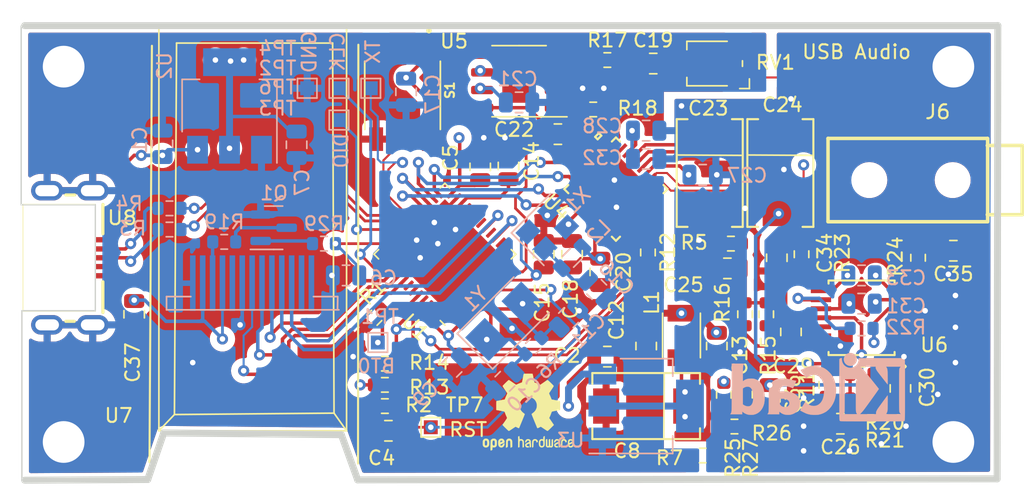
<source format=kicad_pcb>
(kicad_pcb (version 20211014) (generator pcbnew)
  (layers (0 "F.Cu" signal) (1 "In1.Cu" signal) (2 "In2.Cu" signal) (31 "B.Cu" signal) (34 "B.Paste" user) (35 "F.Paste" user) (36 "B.SilkS" user "B.Silkscreen") (37 "F.SilkS" user "F.Silkscreen") (38 "B.Mask" user) (39 "F.Mask" user) (44 "Edge.Cuts" user))
  (net 0 "")
  (net 1 "+5V")
  (net 2 "GND")
  (net 3 "/BOOT0")
  (net 4 "/NRST")
  (net 5 "+3V3")
  (net 6 "Net-(C10-Pad1)")
  (net 7 "Net-(C11-Pad1)")
  (net 8 "+3.3VA")
  (net 9 "Net-(C16-Pad2)")
  (net 10 "/USR")
  (net 11 "Net-(C19-Pad2)")
  (net 12 "Net-(C19-Pad1)")
  (net 13 "Net-(C21-Pad2)")
  (net 14 "Net-(C22-Pad2)")
  (net 15 "Net-(C22-Pad1)")
  (net 16 "Net-(C23-Pad2)")
  (net 17 "/LOUT")
  (net 18 "/ROUT")
  (net 19 "GNDA")
  (net 20 "Net-(C24-Pad2)")
  (net 21 "Net-(C25-Pad1)")
  (net 22 "Net-(C27-Pad2)")
  (net 23 "Net-(C29-Pad2)")
  (net 24 "Net-(C29-Pad1)")
  (net 25 "Net-(C31-Pad2)")
  (net 26 "Net-(C26-Pad2)")
  (net 27 "Net-(C30-Pad1)")
  (net 28 "Net-(C30-Pad2)")
  (net 29 "Net-(C33-Pad1)")
  (net 30 "/SWDIO")
  (net 31 "/SWCLK")
  (net 32 "/TX1")
  (net 33 "/LCD_CS")
  (net 34 "/LCD_CLK")
  (net 35 "/LCD_MOSI")
  (net 36 "/LCD_RS")
  (net 37 "/LCD_RST")
  (net 38 "Net-(C33-Pad2)")
  (net 39 "/L2")
  (net 40 "/R2")
  (net 41 "/USB1_D+")
  (net 42 "/USB1_D-")
  (net 43 "Net-(R12-Pad1)")
  (net 44 "/SDA")
  (net 45 "/SCL")
  (net 46 "Net-(R18-Pad2)")
  (net 47 "/SPK+")
  (net 48 "/UVP")
  (net 49 "Net-(C34-Pad1)")
  (net 50 "Net-(R19-Pad2)")
  (net 51 "Net-(R22-Pad1)")
  (net 52 "/SDIN")
  (net 53 "/SDOUT")
  (net 54 "/BCLK")
  (net 55 "/LRCK")
  (net 56 "Net-(R25-Pad2)")
  (net 57 "/BLK")
  (net 59 "/AMP_OUT")
  (net 69 "Net-(C8-Pad1)")
  (net 71 "Net-(C35-Pad2)")
  (net 88 "Net-(Q1-Pad3)")
  (net 89 "Net-(R3-Pad2)")
  (net 90 "Net-(R4-Pad2)")
  (net 92 "Net-(Q1-Pad1)")
  (net 94 "Net-(U4-Pad11)")
  (net 95 "Net-(C14-Pad2)")
  (footprint "Resistor_SMD:R_0603_1608Metric" (layer "F.Cu") (at 143.108 81.868)
    (fp_text reference "R14")
    (fp_text value "10K")
  )
  (footprint "Capacitor_SMD:C_0805_2012Metric" (layer "F.Cu") (at 159.11 81.36 180)
    (fp_text reference "C2")
    (fp_text value "10uf")
  )
  (footprint "Capacitor_SMD:C_0805_2012Metric" (layer "F.Cu") (at 162.412 60.278)
    (fp_text reference "C19")
    (fp_text value "10uF")
  )
  (footprint "Capacitor_SMD:C_0805_2012Metric" (layer "F.Cu") (at 180.192 83.646 -90)
    (fp_text reference "C30")
    (fp_text value "47P")
  )
  (footprint "wm8978:WM8978CGEFL" (layer "F.Cu") (at 159.72779 69.309421 -45)
    (fp_text reference "U4")
    (fp_text value "WM8978CGEFL_V")
  )
  (footprint "Resistor_SMD:R_0603_1608Metric" (layer "F.Cu") (at 173.08 73.994 90)
    (fp_text reference "R23")
    (fp_text value "10R")
  )
  (footprint "Resistor_SMD:R_0603_1608Metric" (layer "F.Cu") (at 159.11 60.024)
    (fp_text reference "R17")
    (fp_text value "100R")
  )
  (footprint "TestPoint:TestPoint_Pad_1.0x1.0mm" (layer "F.Cu") (at 146.41 86.44)
    (fp_text reference "TP7")
    (fp_text value "TestPoint")
  )
  (footprint "Capacitor_SMD:C_0805_2012Metric" (layer "F.Cu") (at 175.874 86.186 180)
    (fp_text reference "C26")
    (fp_text value "180P")
  )
  (footprint "Capacitor_SMD:C_0805_2012Metric" (layer "F.Cu") (at 125.074 78.312 90)
    (fp_text reference "C37")
    (fp_text value "1uF")
  )
  (footprint "Resistor_SMD:R_0603_1608Metric" (layer "F.Cu") (at 169.016 78.312 -90)
    (fp_text reference "R16")
    (fp_text value "43K")
  )
  (footprint "Symbol:OSHW-Logo2_7.3x6mm_SilkScreen" (layer "F.Cu") (at 153.416 85.344)
    (fp_text reference "REF**" hide)
    (fp_text value "OSHW-Logo2_7.3x6mm_SilkScreen" hide)
  )
  (footprint "Capacitor_SMD:C_0805_2012Metric" (layer "F.Cu") (at 171.302 74.248 -90)
    (fp_text reference "C34")
    (fp_text value "1000P")
  )
  (footprint "Resistor_SMD:R_0603_1608Metric" (layer "F.Cu") (at 168.254 86.3892)
    (fp_text reference "R26")
    (fp_text value "10K")
  )
  (footprint "Potentiometer_SMD:Potentiometer_Bourns_TC33X_Vertical" (layer "F.Cu") (at 166.73 60.278 180)
    (fp_text reference "RV1")
    (fp_text value "1.2K")
  )
  (footprint "TFTLCD:0_96LCD_SPI_13P" (layer "F.Cu") (at 126.852 86.694 90)
    (fp_text reference "U7")
    (fp_text value "0_96LCD_SPI_13P")
  )
  (footprint "Resistor_SMD:R_0603_1608Metric" (layer "F.Cu") (at 158.094 63.58 180)
    (fp_text reference "R18")
    (fp_text value "1.2K")
  )
  (footprint "Capacitor_SMD:C_0805_2012Metric" (layer "F.Cu") (at 158.602 75.264 90)
    (fp_text reference "C20")
    (fp_text value "0.1uf")
  )
  (footprint "Resistor_SMD:R_0603_1608Metric" (layer "F.Cu") (at 177.398 82.63)
    (fp_text reference "R20")
    (fp_text value "43K")
  )
  (footprint "TAJD107M016RNJ_7343:TAJD107M016RNJ7343" (layer "F.Cu") (at 161.904 84.916 180)
    (fp_text reference "C8")
    (fp_text value "220uf")
  )
  (footprint "Resistor_SMD:R_0603_1608Metric" (layer "F.Cu") (at 170.54 78.312 -90)
    (fp_text reference "R15")
    (fp_text value "30K")
  )
  (footprint "Resistor_SMD:R_0603_1608Metric" (layer "F.Cu") (at 169.016 84.091 90)
    (fp_text reference "R27")
    (fp_text value "22K")
  )
  (footprint "Package_SO:HSOP-8-1EP_3.9x4.9mm_P1.27mm_EP2.41x3.1mm" (layer "F.Cu") (at 152.76 61.548 180)
    (fp_text reference "U5")
    (fp_text value "LM386")
  )
  (footprint "Capacitor_SMD:C_0805_2012Metric" (layer "F.Cu") (at 143.362 86.694)
    (fp_text reference "C4")
    (fp_text value "10uf")
  )
  (footprint "TAJD107M016RNJ_7343:TAJD107M016RNJ7343" (layer "F.Cu") (at 171.556 68.152 -90)
    (fp_text reference "C24")
    (fp_text value "2.2uf")
  )
  (footprint "Resistor_SMD:R_0603_1608Metric" (layer "F.Cu") (at 165.968 88.472 180)
    (fp_text reference "R7")
    (fp_text value "0R")
  )
  (footprint "Resistor_SMD:R_0603_1608Metric" (layer "F.Cu") (at 181.462 74.248 90)
    (fp_text reference "R24")
    (fp_text value "10R")
  )
  (footprint "Package_DFN_QFN:QFN-48-1EP_7x7mm_P0.5mm_EP5.6x5.6mm" (layer "F.Cu") (at 147.426 73.994 135)
    (fp_text reference "U1")
    (fp_text value "STM32F411CEUx")
  )
  (footprint "Inductor_SMD:L_TDK_NLV32_3.2x2.5mm" (layer "F.Cu") (at 164.444 79.836 90)
    (fp_text reference "L1")
    (fp_text value "INDUCTOR")
  )
  (footprint "Capacitor_SMD:C_0805_2012Metric" (layer "F.Cu") (at 167.746 75.01 180)
    (fp_text reference "C25")
    (fp_text value "180P")
  )
  (footprint "Capacitor_SMD:C_0805_2012Metric" (layer "F.Cu") (at 170.794 84.3572 -90)
    (fp_text reference "C36")
    (fp_text value "0.1uF")
  )
  (footprint "Capacitor_SMD:C_0805_2012Metric" (layer "F.Cu") (at 166.984 80.598 90)
    (fp_text reference "C13")
    (fp_text value "0.1uf")
  )
  (footprint "Capacitor_SMD:C_0805_2012Metric" (layer "F.Cu") (at 151.998 67.644 -90)
    (fp_text reference "C14")
    (fp_text value "4.7uf")
  )
  (footprint "Capacitor_SMD:C_0805_2012Metric" (layer "F.Cu") (at 184.002 73.74 180)
    (fp_text reference "C35")
    (fp_text value "1000P")
  )
  (footprint "Capacitor_SMD:C_0805_2012Metric" (layer "F.Cu") (at 161.904 80.598 90)
    (fp_text reference "C12")
    (fp_text value "1uf")
  )
  (footprint "Capacitor_SMD:C_0805_2012Metric" (layer "F.Cu") (at 156.57 73.994 -90)
    (fp_text reference "C18")
    (fp_text value "10uf")
  )
  (footprint "Capacitor_SMD:C_0805_2012Metric" (layer "F.Cu") (at 155.554 65.358)
    (fp_text reference "C22")
    (fp_text value "10uF")
  )
  (footprint "Micro_USB_MID_MNT:MICRO-USB-SMD_MICRO-5P-P0.8_1" (layer "F.Cu") (at 120.84375 74.248 -90)
    (fp_text reference "U8")
    (fp_text value "USB_MID_MNT" hide)
  )
  (footprint "Resistor_SMD:R_0603_1608Metric" (layer "F.Cu") (at 168 73.232)
    (fp_text reference "R5")
    (fp_text value "15K")
  )
  (footprint "3.5AudioHeader:PJ-313D" (layer "F.Cu") (at 183.8242 68.66 -90)
    (fp_text reference "J6")
    (fp_text value "SJ2-3573A-SMT-TR" hide)
  )
  (footprint "Resistor_SMD:R_0603_1608Metric" (layer "F.Cu") (at 142.346 78.566 -135)
    (fp_text reference "R1")
    (fp_text value "10K")
  )
  (footprint "Button_SMD:SKQGAKE010" (layer "F.Cu") (at 144.378 62.564 -90)
    (fp_text reference "S1")
    (fp_text value "USR")
  )
  (footprint "Resistor_SMD:R_0603_1608Metric" (layer "F.Cu") (at 143.108 84.916)
    (fp_text reference "R2")
    (fp_text value "10K")
  )
  (footprint "TAJD107M016RNJ_7343:TAJD107M016RNJ7343" (layer "F.Cu") (at 166.476 68.152 -90)
    (fp_text reference "C23")
    (fp_text value "2.2uf")
  )
  (footprint "Resistor_SMD:R_0603_1608Metric" (layer "F.Cu") (at 162.031 73.867 -90)
    (fp_text reference "R12")
    (fp_text value "10K")
  )
  (footprint "Capacitor_SMD:C_0805_2012Metric" (layer "F.Cu") (at 172.318 79.582 -90)
    (fp_text reference "C29")
    (fp_text value "47P")
  )
  (footprint "Capacitor_SMD:C_0805_2012Metric" (layer "F.Cu") (at 154.538 73.994 90)
    (fp_text reference "C15")
    (fp_text value "10uf")
  )
  (footprint "TPA6138A2PWR:TPA6138A2PWR" (layer "F.Cu") (at 177.398 78.566 180)
    (fp_text reference "U6")
    (fp_text value "TPA6138A2PWR")
  )
  (footprint "Resistor_SMD:R_0603_1608Metric" (layer "F.Cu") (at 167.492 84.1032 -90)
    (fp_text reference "R25")
    (fp_text value "2.2K")
  )
  (footprint "Resistor_SMD:R_0603_1608Metric" (layer "F.Cu") (at 177.398 84.408)
    (fp_text reference "R21")
    (fp_text value "30K")
  )
  (footprint "Capacitor_SMD:C_0805_2012Metric" (layer "F.Cu") (at 149.966 67.71 -90)
    (fp_text reference "C5")
    (fp_text value "10uf")
  )
  (footprint "Resistor_SMD:R_0603_1608Metric" (layer "F.Cu") (at 174.858 83.392 -90)
    (fp_text reference "R11")
    (fp_text value "15K")
  )
  (footprint "Resistor_SMD:R_0603_1608Metric" (layer "F.Cu") (at 143.108 83.392)
    (fp_text reference "R13")
    (fp_text value "10K")
  )
  (footprint "Capacitor_SMD:C_0805_2012Metric" (layer "B.Cu") (at 151.744 83.138 -135)
    (fp_text reference "C10")
    (fp_text value "22pf")
  )
  (footprint "Capacitor_SMD:C_0805_2012Metric" (layer "B.Cu") (at 147.934 82.122 45)
    (fp_text reference "C9")
    (fp_text value "0.1uf")
  )
  (footprint "Package_TO_SOT_SMD:SOT-23" (layer "B.Cu") (at 135.107 72.089)
    (fp_text reference "Q1")
    (fp_text value "S8050")
  )
  (footprint "Capacitor_SMD:C_0805_2012Metric" (layer "B.Cu") (at 158.348 76.534 135)
    (fp_text reference "C16")
    (fp_text value "10uf")
  )
  (footprint "Capacitor_SMD:C_0805_2012Metric" (layer "B.Cu") (at 127.106 66.054 -90)
    (fp_text reference "C1")
    (fp_text value "10uf")
  )
  (footprint "Capacitor_SMD:C_0805_2012Metric" (layer "B.Cu") (at 177.398 77.55)
    (fp_text reference "C31")
    (fp_text value "1uF")
  )
  (footprint "TestPoint:TestPoint_Pad_1.0x1.0mm" (layer "B.Cu") (at 139.806 62.056 180)
    (fp_text reference "TP2")
    (fp_text value "TestPoint")
  )
  (footprint "Capacitor_SMD:C_0805_2012Metric" (layer "B.Cu") (at 140.314 75.518)
    (fp_text reference "C6")
    (fp_text value "0.1uf")
  )
  (footprint "Package_TO_SOT_SMD:SOT-223-3_TabPin2" (layer "B.Cu") (at 161.904 84.916)
    (fp_text reference "U3")
    (fp_text value "AMS1117-3.3")
  )
  (footprint "TestPoint:TestPoint_Pad_1.0x1.0mm" (layer "B.Cu") (at 142.6 80.344 180)
    (fp_text reference "TP1")
    (fp_text value "TestPoint")
  )
  (footprint "Symbol:KiCad-Logo_5mm_SilkScreen" (layer "B.Cu") (at 174.244 84.074 180)
    (fp_text reference "REF**" hide)
    (fp_text value "KiCad-Logo_5mm_SilkScreen" hide)
  )
  (footprint "Crystal:Crystal_SMD_3225-4Pin_3.2x2.5mm" (layer "B.Cu") (at 154.792 72.216 45)
    (fp_text reference "X1")
    (fp_text value "12MHz")
  )
  (footprint "Package_TO_SOT_SMD:SOT-223-3_TabPin2" (layer "B.Cu") (at 131.932 63.326 90)
    (fp_text reference "U2")
    (fp_text value "AMS1117-3.3")
  )
  (footprint "Capacitor_SMD:C_0805_2012Metric" (layer "B.Cu") (at 161.904 67.136 180)
    (fp_text reference "C32")
    (fp_text value "0.1uf")
  )
  (footprint "Resistor_SMD:R_0603_1608Metric" (layer "B.Cu") (at 127.614 72.216 180)
    (fp_text reference "R3")
    (fp_text value "R")
  )
  (footprint "Capacitor_SMD:C_0805_2012Metric" (layer "B.Cu") (at 177.398 75.518)
    (fp_text reference "C33")
    (fp_text value "1uF")
  )
  (footprint "Crystal:Crystal_SMD_5032-2Pin_5.0x3.2mm" (layer "B.Cu") (at 151.744 78.82 45)
    (fp_text reference "Y1")
    (fp_text value "25MHz")
  )
  (footprint "Resistor_SMD:R_0603_1608Metric" (layer "B.Cu") (at 177.398 79.328 180)
    (fp_text reference "R22")
    (fp_text value "1K")
  )
  (footprint "Capacitor_SMD:C_0805_2012Metric" (layer "B.Cu") (at 165.968 68.279 180)
    (fp_text reference "C27")
    (fp_text value "10uf")
  )
  (footprint "TestPoint:TestPoint_Pad_1.0x1.0mm" (layer "B.Cu") (at 139.806 64.342 180)
    (fp_text reference "TP3")
    (fp_text value "TestPoint")
  )
  (footprint "TestPoint:TestPoint_Pad_1.0x1.0mm" (layer "B.Cu") (at 137.52 62.056 180)
    (fp_text reference "TP6")
    (fp_text value "TestPoint")
  )
  (footprint "Capacitor_SMD:C_0805_2012Metric" (layer "B.Cu") (at 161.904 65.104 180)
    (fp_text reference "C28")
    (fp_text value "10uf")
  )
  (footprint "Resistor_SMD:R_0603_1608Metric" (layer "B.Cu") (at 138.727 73.232 180)
    (fp_text reference "R29")
    (fp_text value "10K")
  )
  (footprint "Capacitor_SMD:C_0805_2012Metric" (layer "B.Cu") (at 152.76 63.072 180)
    (fp_text reference "C21")
    (fp_text value "C")
  )
  (footprint "Resistor_SMD:R_0603_1608Metric" (layer "B.Cu") (at 153.776 80.598 45)
    (fp_text reference "R6")
    (fp_text value "1M")
  )
  (footprint "Inductor_SMD:L_0805_2012Metric" (layer "B.Cu") (at 156.57 74.248 -135)
    (fp_text reference "L2")
    (fp_text value "INDUCTOR")
  )
  (footprint "Resistor_SMD:R_0603_1608Metric" (layer "B.Cu") (at 131.551 73.105 180)
    (fp_text reference "R19")
    (fp_text value "10R")
  )
  (footprint "Capacitor_SMD:C_0805_2012Metric" (layer "B.Cu") (at 136.758 66.12 90)
    (fp_text reference "C7")
    (fp_text value "10uf")
  )
  (footprint "Resistor_SMD:R_0603_1608Metric" (layer "B.Cu") (at 127.614 70.692 180)
    (fp_text reference "R4")
    (fp_text value "R")
  )
  (footprint "Capacitor_SMD:C_0805_2012Metric" (layer "B.Cu") (at 156.316 78.566 45)
    (fp_text reference "C11")
    (fp_text value "22pf")
  )
  (footprint "TestPoint:TestPoint_Pad_1.0x1.0mm" (layer "B.Cu") (at 142.092 62.056 180)
    (fp_text reference "TP4")
    (fp_text value "TestPoint")
  )
  (footprint "Capacitor_SMD:C_0805_2012Metric" (layer "B.Cu") (at 144.632 62.31 90)
    (fp_text reference "C17")
    (fp_text value "10uf")
  )
  (gr_line (start 126.175 88.95) (end 126.35 59) (layer "F.SilkS") (width 0.15))
  (gr_line (start 141.2 58.925) (end 141.175 89.05) (layer "F.SilkS") (width 0.15))
  (gr_line (start 117.2 57.55) (end 187.2 57.55) (layer "Edge.Cuts") (width 0.5))
  (gr_line (start 187.15 90.15) (end 187.2 57.55) (layer "Edge.Cuts") (width 0.5))
  (gr_line (start 117.2 90.25) (end 126.05 90.2) (layer "Edge.Cuts") (width 0.5))
  (gr_line (start 116.9968 90.25) (end 117.2 90.25) (layer "Edge.Cuts") (width 0.1))
  (gr_line (start 141.15 90.225) (end 187.15 90.15) (layer "Edge.Cuts") (width 0.5))
  (gr_line (start 139.975 86.975) (end 141.15 90.225) (layer "Edge.Cuts") (width 0.5))
  (gr_line (start 127.2 86.85) (end 139.975 86.975) (layer "Edge.Cuts") (width 0.5))
  (gr_line (start 116.946 57.5856) (end 117.2 57.55) (layer "Edge.Cuts") (width 0.1))
  (gr_line (start 122.28 78.058) (end 116.9968 78.058) (layer "Edge.Cuts") (width 0.1))
  (gr_line (start 126.05 90.2) (end 127.2 86.85) (layer "Edge.Cuts") (width 0.5))
  (gr_line (start 116.9968 78.058) (end 116.9968 90.25) (layer "Edge.Cuts") (width 0.1))
  (gr_line (start 116.946 70.438) (end 122.28 70.438) (layer "Edge.Cuts") (width 0.1))
  (gr_line (start 122.28 70.438) (end 122.28 78.058) (layer "Edge.Cuts") (width 0.1))
  (gr_line (start 116.946 57.5856) (end 116.946 70.438) (layer "Edge.Cuts") (width 0.1))
  (gr_text "GND" (at 137.668 59.436 90) (layer "B.SilkS") (effects (font (size 1 1)) (justify mirror)))
  (gr_text "DIO" (at 139.954 66.548 90) (layer "B.SilkS") (effects (font (size 1 1)) (justify mirror)))
  (gr_text "TX" (at 142.24 59.436 90) (layer "B.SilkS") (effects (font (size 1 1)) (justify mirror)))
  (gr_text "CLK" (at 139.7 59.436 90) (layer "B.SilkS") (effects (font (size 1 1)) (justify mirror)))
  (gr_text "BT0" (at 142.494 82.042) (layer "B.SilkS") (effects (font (size 1 1)) (justify mirror)))
  (gr_text "RST" (at 149.098 86.614) (layer "F.SilkS") (effects (font (size 1 1))))
  (gr_text "USB Audio" (at 177.038 59.436) (layer "F.SilkS") (effects (font (size 1 1))))
  (segment (start 124.566 71.962) (end 124.566 67.644) (width 0.25) (layer "F.Cu") (net 1))
  (segment (start 164.29748 69.04748) (end 172.974 69.04748) (width 0.15) (layer "F.Cu") (net 1))
  (segment (start 124.058 72.47) (end 124.566 71.962) (width 0.25) (layer "F.Cu") (net 1))
  (segment (start 163.40101 68.15101) (end 164.29748 69.04748) (width 0.15) (layer "F.Cu") (net 1))
  (segment (start 122.87575 72.9526) (end 123.5754 72.9526) (width 0.25) (layer "F.Cu") (net 1))
  (segment (start 172.974 69.04748) (end 173.228 68.79348) (width 0.15) (layer "F.Cu") (net 1))
  (segment (start 158.16 81.36) (end 156.316 83.204) (width 0.25) (layer "F.Cu") (net 1))
  (segment (start 125.074 66.882) (end 125.582 66.882) (width 0.25) (layer "F.Cu") (net 1))
  (segment (start 124.566 67.644) (end 124.566 67.39) (width 0.25) (layer "F.Cu") (net 1))
  (segment (start 162.307245 68.497733) (end 162.653968 68.15101) (width 0.15) (layer "F.Cu") (net 1))
  (segment (start 123.5754 72.9526) (end 124.058 72.47) (width 0.25) (layer "F.Cu") (net 1))
  (segment (start 124.566 67.39) (end 125.074 66.882) (width 0.25) (layer "F.Cu") (net 1))
  (segment (start 125.582 66.882) (end 127.106 66.882) (width 0.25) (layer "F.Cu") (net 1))
  (segment (start 156.316 83.204) (end 156.316 84.916) (width 0.25) (layer "F.Cu") (net 1))
  (segment (start 162.653968 68.15101) (end 163.40101 68.15101) (width 0.15) (layer "F.Cu") (net 1))
  (segment (start 173.228 68.79348) (end 173.228 67.564) (width 0.15) (layer "F.Cu") (net 1))
  (via (at 127.106 66.882) (size 0.8) (drill 0.4) (layers "F.Cu" "B.Cu") (net 1))
  (via (at 129.632 66.476) (size 0.8) (drill 0.4) (layers "F.Cu" "B.Cu") (net 1))
  (via (at 173.228 67.564) (size 0.8) (drill 0.4) (layers "F.Cu" "B.Cu") (net 1))
  (via (at 156.316 84.916) (size 0.8) (drill 0.4) (layers "F.Cu" "B.Cu") (net 1))
  (via (at 125.582 66.882) (size 0.8) (drill 0.4) (layers "F.Cu" "B.Cu") (net 1))
  (segment (start 156.316 83.646) (end 157.346 82.616) (width 0.5) (layer "B.Cu") (net 1))
  (segment (start 126.984 66.882) (end 127.106 67.004) (width 0.25) (layer "B.Cu") (net 1))
  (segment (start 127.512 66.476) (end 129.632 66.476) (width 0.25) (layer "B.Cu") (net 1))
  (segment (start 127.106 66.882) (end 127.512 66.476) (width 0.25) (layer "B.Cu") (net 1))
  (segment (start 156.316 84.916) (end 156.316 83.646) (width 0.5) (layer "B.Cu") (net 1))
  (segment (start 157.346 82.616) (end 158.754 82.616) (width 0.5) (layer "B.Cu") (net 1))
  (segment (start 125.582 66.882) (end 126.984 66.882) (width 0.25) (layer "B.Cu") (net 1))
  (segment (start 148.265689 69.97233) (end 147.426 70.812019) (width 0.25) (layer "F.Cu") (net 2))
  (segment (start 159.374237 69.309421) (end 159.72779 69.309421) (width 0.25) (layer "F.Cu") (net 2))
  (segment (start 146.586311 78.01567) (end 147.426 77.175981) (width 0.25) (layer "F.Cu") (net 2))
  (segment (start 157.855442 70.828216) (end 159.374237 69.309421) (width 0.25) (layer "F.Cu") (net 2))
  (segment (start 162.582142 69.767556) (end 162.124007 69.309421) (width 0.2) (layer "F.Cu") (net 2))
  (segment (start 147.426 70.812019) (end 147.426 73.994) (width 0.25) (layer "F.Cu") (net 2))
  (segment (start 148.094651 73.994) (end 147.426 73.994) (width 0.25) (layer "F.Cu") (net 2))
  (segment (start 162.124007 69.309421) (end 159.72779 69.309421) (width 0.2) (layer "F.Cu") (net 2))
  (segment (start 147.426 77.175981) (end 147.426 73.994) (width 0.25) (layer "F.Cu") (net 2))
  (segment (start 148.486661 73.994) (end 147.426 73.994) (width 0.25) (layer "F.Cu") (net 2))
  (segment (start 149.652176 75.551525) (end 148.094651 73.994) (width 0.25) (layer "F.Cu") (net 2))
  (segment (start 162.660798 69.767556) (end 162.582142 69.767556) (width 0.2) (layer "F.Cu") (net 2))
  (segment (start 143.40433 73.154311) (end 144.244019 73.994) (width 0.25) (layer "F.Cu") (net 2))
  (segment (start 150.38701 75.894349) (end 148.486661 73.994) (width 0.25) (layer "F.Cu") (net 2))
  (segment (start 144.244019 73.994) (end 147.426 73.994) (width 0.25) (layer "F.Cu") (net 2))
  (via (at 152.252 79.328) (size 0.8) (drill 0.4) (layers "F.Cu" "B.Cu") (net 2))
  (via locked (at 120 87.5) (size 3.6) (drill 3) (layers "F.Cu" "B.Cu") (net 2))
  (via (at 146.918 73.232) (size 0.8) (drill 0.4) (layers "F.Cu" "B.Cu") (net 2))
  (via (at 146.664 71.708) (size 0.8) (drill 0.4) (layers "F.Cu" "B.Cu") (net 2))
  (via (at 145.394 72.978) (size 0.8) (drill 0.4) (layers "F.Cu" "B.Cu") (net 2))
  (via (at 140.822 81.36) (size 0.8) (drill 0.4) (layers "F.Cu" "B.Cu") (net 2))
  (via locked (at 120 60.5) (size 3.6) (drill 3) (layers "F.Cu" "B.Cu") (net 2))
  (via (at 157.332 62.056) (size 0.8) (drill 0.4) (layers "F.Cu" "B.Cu") (net 2))
  (via (at 157.078 78.058) (size 0.8) (drill 0.4) (layers "F.Cu" "B.Cu") (net 2))
  (via (at 151.744 65.612) (size 0.8) (drill 0.4) (layers "F.Cu" "B.Cu") (net 2))
  (via (at 158.856 62.056) (size 0.8) (drill 0.4) (layers "F.Cu" "B.Cu") (net 2))
  (via (at 148.188 72.216) (size 0.8) (drill 0.4) (layers "F.Cu" "B.Cu") (net 2))
  (via (at 129.286 81.788) (size 0.8) (drill 0.4) (layers "F.Cu" "B.Cu") (net 2))
  (via (at 150.22 65.612) (size 0.8) (drill 0.4) (layers "F.Cu" "B.Cu") (net 2))
  (via (at 139.298 75.518) (size 0.8) (drill 0.4) (layers "F.Cu" "B.Cu") (net 2))
  (via (at 159.766 70.612) (size 0.8) (drill 0.4) (layers "F.Cu" "B.Cu") (net 2))
  (via (at 132.694 79.074) (size 0.8) (drill 0.4) (layers "F.Cu" "B.Cu") (net 2))
  (via (at 154.792 71.2) (size 0.8) (drill 0.4) (layers "F.Cu" "B.Cu") (net 2))
  (via (at 159.618 68.66) (size 0.8) (drill 0.4) (layers "F.Cu" "B.Cu") (net 2))
  (via (at 145.648 74.248) (size 0.8) (drill 0.4) (layers "F.Cu" "B.Cu") (net 2))
  (segment (start 132.694 79.074) (end 132.8464 78.9216) (width 0.25) (layer "B.Cu") (net 2))
  (segment (start 132.8464 78.9216) (end 132.8464 76.0768) (width 0.25) (layer "B.Cu") (net 2))
  (segment (start 142.929363 77.982637) (end 142.929363 80.014637) (width 0.25) (layer "F.Cu") (net 3))
  (segment (start 144.498024 77.982637) (end 142.929363 77.982637) (width 0.25) (layer "F.Cu") (net 3))
  (segment (start 142.929363 80.014637) (end 142.6 80.344) (width 0.25) (layer "F.Cu") (net 3))
  (segment (start 145.525651 76.95501) (end 144.498024 77.982637) (width 0.25) (layer "F.Cu") (net 3))
  (via (at 142.6 80.344) (size 0.8) (drill 0.4) (layers "F.Cu" "B.Cu") (net 3))
  (segment (start 155.046 76.534) (end 155.014272 76.565728) (width 0.2) (layer "F.Cu") (net 4))
  (segment (start 144.566 86.44) (end 144.312 86.694) (width 0.2) (layer "F.Cu") (net 4))
  (segment (start 155.014272 76.565728) (end 150.351281 76.565728) (width 0.2) (layer "F.Cu") (net 4))
  (segment (start 143.933 86.315) (end 144.312 86.694) (width 0.25) (layer "F.Cu") (net 4))
  (segment (start 143.933 84.916) (end 143.933 86.315) (width 0.25) (layer "F.Cu") (net 4))
  (segment (start 146.41 86.44) (end 144.566 86.44) (width 0.2) (layer "F.Cu") (net 4))
  (segment (start 150.351281 76.565728) (end 150.033456 76.247903) (width 0.2) (layer "F.Cu") (net 4))
  (via (at 146.41 86.44) (size 0.8) (drill 0.4) (layers "F.Cu" "B.Cu") (net 4))
  (via (at 155.046 76.534) (size 0.8) (drill 0.4) (layers "F.Cu" "B.Cu") (net 4))
  (segment (start 155.046 77.296) (end 157.078 79.328) (width 0.2) (layer "B.Cu") (net 4))
  (segment (start 155.046 76.534) (end 155.046 77.296) (width 0.2) (layer "B.Cu") (net 4))
  (segment (start 157.078 79.836) (end 150.474 86.44) (width 0.2) (layer "B.Cu") (net 4))
  (segment (start 157.078 79.328) (end 157.078 79.836) (width 0.2) (layer "B.Cu") (net 4))
  (segment (start 150.474 86.44) (end 146.41 86.44) (width 0.2) (layer "B.Cu") (net 4))
  (segment (start 153.997 75.485) (end 154.538 74.944) (width 0.2) (layer "F.Cu") (net 5))
  (segment (start 147.426 79.836) (end 147.68 79.836) (width 0.25) (layer "F.Cu") (net 5))
  (segment (start 158.562549 71.535323) (end 158.208995 71.181769) (width 0.25) (layer "F.Cu") (net 5))
  (segment (start 143.050777 73.507864) (end 142.774913 73.232) (width 0.2) (layer "F.Cu") (net 5))
  (segment (start 157.2 74.314) (end 156.57 74.944) (width 0.25) (layer "F.Cu") (net 5))
  (segment (start 158.562549 71.535323) (end 158.215826 71.882046) (width 0.25) (layer "F.Cu") (net 5))
  (segment (start 146.664 79.074) (end 147.426 79.836) (width 0.25) (layer "F.Cu") (net 5))
  (segment (start 151.058389 75.858622) (end 153.623378 75.858622) (width 0.2) (layer "F.Cu") (net 5))
  (segment (start 148.362913 79.153087) (end 147.68 79.836) (width 0.25) (layer "F.Cu") (net 5))
  (segment (start 142.283 83.392) (end 141.33 83.392) (width 0.25) (layer "F.Cu") (net 5))
  (segment (start 149.966 68.66) (end 149.585 69.041) (width 0.25) (layer "F.Cu") (net 5))
  (segment (start 158.215826 73.927826) (end 158.602 74.314) (width 0.25) (layer "F.Cu") (net 5))
  (segment (start 148.489913 69.041) (end 147.912136 69.618777) (width 0.25) (layer "F.Cu") (net 5))
  (segment (start 158.215826 71.882046) (end 158.215826 73.927826) (width 0.25) (layer "F.Cu") (net 5))
  (segment (start 142.774913 73.232) (end 139.552 73.232) (width 0.2) (layer "F.Cu") (net 5))
  (segment (start 150.740563 75.540796) (end 151.058389 75.858622) (width 0.2) (layer "F.Cu") (net 5))
  (segment (start 148.362913 78.82) (end 148.362913 79.153087) (width 0.25) (layer "F.Cu") (net 5))
  (segment (start 148.489913 65.659913) (end 148.442 65.612) (width 0.25) (layer "F.Cu") (net 5))
  (segment (start 153.623378 75.858622) (end 153.997 75.485) (width 0.2) (layer "F.Cu") (net 5))
  (segment (start 148.489913 69.041) (end 148.489913 65.659913) (width 0.25) (layer "F.Cu") (net 5))
  (segment (start 146.939864 78.369223) (end 146.664 78.645087) (width 0.25) (layer "F.Cu") (net 5))
  (segment (start 142.283 84.916) (end 142.283 81.868) (width 0.25) (layer "F.Cu") (net 5))
  (segment (start 158.602 74.314) (end 157.2 74.314) (width 0.25) (layer "F.Cu") (net 5))
  (segment (start 146.664 78.645087) (end 146.664 79.074) (width 0.25) (layer "F.Cu") (net 5))
  (segment (start 149.585 69.041) (end 148.489913 69.041) (width 0.25) (layer "F.Cu") (net 5))
  (segment (start 154.538 74.944) (end 156.57 74.944) (width 0.2) (layer "F.Cu") (net 5))
  (segment (start 147.912136 78.369223) (end 148.362913 78.82) (width 0.25) (layer "F.Cu") (net 5))
  (via (at 132.008 60.1) (size 0.8) (drill 0.4) (layers "F.Cu" "B.Cu") (net 5))
  (via (at 148.442 65.612) (size 0.8) (drill 0.4) (layers "F.Cu" "B.Cu") (net 5))
  (via (at 153.997 75.485) (size 0.8) (drill 0.4) (layers "F.Cu" "B.Cu") (net 5))
  (via (at 125.074 77.296) (size 0.8) (drill 0.4) (layers "F.Cu" "B.Cu") (net 5))
  (via (at 158.602 74.314) (size 0.8) (drill 0.4) (layers "F.Cu" "B.Cu") (net 5))
  (via (at 141.33 83.392) (size 0.8) (drill 0.4) (layers "F.Cu" "B.Cu") (net 5))
  (via (at 132.948 60.024) (size 0.8) (drill 0.4) (layers "F.Cu" "B.Cu") (net 5))
  (via (at 131.932 66.374) (size 0.8) (drill 0.4) (layers "F.Cu" "B.Cu") (net 5))
  (via (at 149.966 60.786) (size 0.8) (drill 0.4) (layers "F.Cu" "B.Cu") (net 5))
  (via (at 131.424 80.09) (size 0.8) (drill 0.4) (layers "F.Cu" "B.Cu") (net 5))
  (via (at 139.552 73.232) (size 0.8) (drill 0.4) (layers "F.Cu" "B.Cu") (net 5))
  (via (at 130.916 60.024) (size 0.8) (drill 0.4) (layers "F.Cu" "B.Cu") (net 5))
  (via (at 147.68 79.836) (size 0.8) (drill 0.4) (layers "F.Cu" "B.Cu") (net 5))
  (segment (start 129.8492 78.82) (end 130.0016 78.6676) (width 0.25) (layer "B.Cu") (net 5))
  (segment (start 141.264 74.944) (end 141.264 75.518) (width 0.2) (layer "B.Cu") (net 5))
  (segment (start 136.316 65.17) (end 135.234 64.088) (width 0.25) (layer "B.Cu") (net 5))
  (segment (start 131.424 80.09) (end 131.424 76.0768) (width 0.2) (layer "B.Cu") (net 5))
  (segment (start 153.997 75.485) (end 152.918167 74.406167) (width 0.2) (layer "B.Cu") (net 5))
  (segment (start 136.758 65.17) (end 136.758 64.85) (width 0.25) (layer "B.Cu") (net 5))
  (segment (start 131.932 66.374) (end 131.932 64.088) (width 0.5) (layer "B.Cu") (net 5))
  (segment (start 131.932 60.176) (end 132.008 60.1) (width 0.3) (layer "B.Cu") (net 5))
  (segment (start 152.918167 72.887752) (end 153.413142 72.392777) (width 0.2) (layer "B.Cu") (net 5))
  (segment (start 125.836 77.296) (end 127.36 78.82) (width 0.25) (layer "B.Cu") (net 5))
  (segment (start 158.138602 74.314) (end 157.321301 73.496699) (width 0.25) (layer "B.Cu") (net 5))
  (segment (start 130.0016 76.0768) (end 130.0016 78.6676) (width 0.25) (layer "B.Cu") (net 5))
  (segment (start 158.602 74.314) (end 158.138602 74.314) (width 0.25) (layer "B.Cu") (net 5))
  (segment (start 135.234 64.088) (end 131.932 64.088) (width 0.25) (layer "B.Cu") (net 5))
  (segment (start 132.008 60.1) (end 132.338 59.77) (width 0.3) (layer "B.Cu") (net 5))
  (segment (start 129.646 78.82) (end 130.154 78.82) (width 0.25) (layer "B.Cu") (net 5))
  (segment (start 130.154 78.82) (end 131.424 80.09) (width 0.25) (layer "B.Cu") (net 5))
  (segment (start 148.605751 81.450249) (end 148.95 81.794498) (width 0.25) (layer "B.Cu") (net 5))
  (segment (start 139.552 73.232) (end 141.264 74.944) (width 0.2) (layer "B.Cu") (net 5))
  (segment (start 152.918167 74.406167) (end 152.918167 72.887752) (width 0.2) (layer "B.Cu") (net 5))
  (segment (start 147.68 80.524498) (end 148.605751 81.450249) (width 0.25) (layer "B.Cu") (net 5))
  (segment (start 147.68 79.836) (end 147.68 80.524498) (width 0.25) (layer "B.Cu") (net 5))
  (segment (start 136.758 65.17) (end 136.316 65.17) (width 0.25) (layer "B.Cu") (net 5))
  (segment (start 131.932 64.088) (end 131.932 60.176) (width 0.5) (layer "B.Cu") (net 5))
  (segment (start 125.074 77.296) (end 125.836 77.296) (width 0.25) (layer "B.Cu") (net 5))
  (segment (start 127.36 78.82) (end 129.8492 78.82) (width 0.25) (layer "B.Cu") (net 5))
  (segment (start 150.728 78.356661) (end 150.728 79.836) (width 0.25) (layer "F.Cu") (net 6))
  (segment (start 150.728 79.836) (end 150.435852 80.128148) (width 0.25) (layer "F.Cu") (net 6))
  (segment (start 149.326349 76.95501) (end 150.728 78.356661) (width 0.25) (layer "F.Cu") (net 6))
  (via (at 150.435852 80.128148) (size 0.8) (drill 0.4) (layers "F.Cu" "B.Cu") (net 6))
  (segment (start 152.139422 80.128148) (end 150.435852 80.128148) (width 0.25) (layer "B.Cu") (net 6))
  (segment (start 152.415751 82.466249) (end 152.415751 81.958249) (width 0.25) (layer "B.Cu") (net 6))
  (segment (start 153.192637 81.181363) (end 152.139422 80.128148) (width 0.25) (layer "B.Cu") (net 6))
  (segment (start 152.415751 81.958249) (end 153.192637 81.181363) (width 0.25) (layer "B.Cu") (net 6))
  (segment (start 152.633 77.931) (end 153.014 77.55) (width 0.25) (layer "F.Cu") (net 7))
  (segment (start 151.009447 77.931) (end 152.633 77.931) (width 0.25) (layer "F.Cu") (net 7))
  (segment (start 149.679903 76.601456) (end 151.009447 77.931) (width 0.25) (layer "F.Cu") (net 7))
  (via (at 153.014 77.55) (size 0.8) (drill 0.4) (layers "F.Cu" "B.Cu") (net 7))
  (segment (start 155.644249 79.237751) (end 155.136249 79.237751) (width 0.25) (layer "B.Cu") (net 7))
  (segment (start 155.136249 79.237751) (end 154.359363 80.014637) (width 0.25) (layer "B.Cu") (net 7))
  (segment (start 153.014 78.669274) (end 153.014 77.55) (width 0.25) (layer "B.Cu") (net 7))
  (segment (start 154.359363 80.014637) (end 153.014 78.669274) (width 0.25) (layer "B.Cu") (net 7))
  (segment (start 153.014 77.55) (end 153.052148 77.511852) (width 0.25) (layer "B.Cu") (net 7))
  (segment (start 160.539478 66.722522) (end 161.142 66.12) (width 0.25) (layer "F.Cu") (net 8))
  (segment (start 161.904 79.328) (end 162.996 78.236) (width 0.5) (layer "F.Cu") (net 8))
  (segment (start 166.951 79.615) (end 166.984 79.648) (width 0.5) (layer "F.Cu") (net 8))
  (segment (start 174.477 77.266) (end 172.923 77.266) (width 0.25) (layer "F.Cu") (net 8))
  (segment (start 162.996 78.236) (end 164.444 78.236) (width 0.5) (layer "F.Cu") (net 8))
  (segment (start 165.572 78.236) (end 166.951 79.615) (width 0.5) (layer "F.Cu") (net 8))
  (segment (start 161.904 79.648) (end 161.904 79.328) (width 0.5) (layer "F.Cu") (net 8))
  (segment (start 164.444 78.236) (end 165.572 78.236) (width 0.5) (layer "F.Cu") (net 8))
  (segment (start 161.142 65.358) (end 160.888 65.104) (width 0.25) (layer "F.Cu") (net 8))
  (segment (start 160.539478 66.729966) (end 160.539478 66.722522) (width 0.25) (layer "F.Cu") (net 8))
  (segment (start 161.142 66.12) (end 161.142 65.358) (width 0.25) (layer "F.Cu") (net 8))
  (segment (start 172.923 77.266) (end 172.826 77.169) (width 0.25) (layer "F.Cu") (net 8))
  (via (at 167.492 83.138) (size 0.8) (drill 0.4) (layers "F.Cu" "B.Cu") (net 8))
  (via (at 160.888 65.104) (size 0.8) (drill 0.4) (layers "F.Cu" "B.Cu") (net 8))
  (via (at 166.951 79.615) (size 0.8) (drill 0.4) (layers "F.Cu" "B.Cu") (net 8))
  (via (at 172.826 77.169) (size 0.8) (drill 0.4) (layers "F.Cu" "B.Cu") (net 8))
  (via (at 164.444 78.236) (size 0.8) (drill 0.4) (layers "F.Cu" "B.Cu") (net 8))
  (segment (start 172.826 77.169) (end 174.35 77.169) (width 0.25) (layer "B.Cu") (net 8))
  (segment (start 160.888 65.104) (end 160.888 67.07) (width 0.25) (layer "B.Cu") (net 8))
  (segment (start 160.888 67.07) (end 160.954 67.136) (width 0.25) (layer "B.Cu") (net 8))
  (segment (start 174.858 78.693) (end 175.493 79.328) (width 0.25) (layer "B.Cu") (net 8))
  (segment (start 176.509 79.392) (end 176.573 79.328) (width 0.25) (layer "B.Cu") (net 8))
  (segment (start 175.493 79.328) (end 176.573 79.328) (width 0.25) (layer "B.Cu") (net 8))
  (segment (start 174.858 77.677) (end 174.858 78.693) (width 0.25) (layer "B.Cu") (net 8))
  (segment (start 174.35 77.169) (end 174.858 77.677) (width 0.25) (layer "B.Cu") (net 8))
  (segment (start 157.676249 75.862249) (end 156.681647 75.862249) (width 0.25) (layer "B.Cu") (net 9))
  (segment (start 155.818699 74.999301) (end 155.818699 74.798334) (width 0.25) (layer "B.Cu") (net 9))
  (segment (start 156.681647 75.862249) (end 155.818699 74.999301) (width 0.25) (layer "B.Cu") (net 9))
  (segment (start 155.818699 74.798334) (end 154.615223 73.594858) (width 0.25) (layer "B.Cu") (net 9))
  (segment (start 144.818544 71.740097) (end 144.423967 71.34552) (width 0.15) (layer "F.Cu") (net 10))
  (segment (start 143.002 69.937295) (end 143.002 67.242) (width 0.15) (layer "F.Cu") (net 10))
  (segment (start 146.278 59.648) (end 144.632 61.294) (width 0.25) (layer "F.Cu") (net 10))
  (segment (start 143.002 67.242) (end 144.53 65.714) (width 0.15) (layer "F.Cu") (net 10))
  (segment (start 146.278 59.414) (end 146.278 59.648) (width 0.25) (layer "F.Cu") (net 10))
  (segment (start 144.423967 71.34552) (end 144.410225 71.34552) (width 0.15) (layer "F.Cu") (net 10))
  (segment (start 146.278 62.94) (end 146.278 65.714) (width 0.25) (layer "F.Cu") (net 10))
  (segment (start 144.410225 71.34552) (end 143.002 69.937295) (width 0.15) (layer "F.Cu") (net 10))
  (segment (start 144.53 65.714) (end 146.278 65.714) (width 0.15) (layer "F.Cu") (net 10))
  (segment (start 144.632 61.294) (end 146.278 62.94) (width 0.25) (layer "F.Cu") (net 10))
  (via (at 144.632 61.294) (size 0.8) (drill 0.4) (layers "F.Cu" "B.Cu") (net 10))
  (segment (start 165.28 60.278) (end 163.362 60.278) (width 0.25) (layer "F.Cu") (net 11))
  (segment (start 161.462 60.278) (end 160.189 60.278) (width 0.25) (layer "F.Cu") (net 12))
  (segment (start 159.935 60.024) (end 159.046 60.913) (width 0.25) (layer "F.Cu") (net 12))
  (segment (start 160.189 60.278) (end 159.935 60.024) (width 0.25) (layer "F.Cu") (net 12))
  (segment (start 159.046 60.913) (end 155.41 60.913) (width 0.25) (layer "F.Cu") (net 12))
  (via (at 149.966 62.056) (size 0.8) (drill 0.4) (layers "F.Cu" "B.Cu") (net 13))
  (segment (start 149.966 62.056) (end 150.794 62.056) (width 0.25) (layer "B.Cu") (net 13))
  (segment (start 150.794 62.056) (end 151.81 63.072) (width 0.25) (layer "B.Cu") (net 13))
  (segment (start 157.141 65.358) (end 158.919 63.58) (width 0.25) (layer "F.Cu") (net 14))
  (segment (start 156.504 65.358) (end 157.141 65.358) (width 0.25) (layer "F.Cu") (net 14))
  (segment (start 154.604 65.358) (end 154.604 64.662) (width 0.25) (layer "F.Cu") (net 15))
  (segment (start 154.604 64.662) (end 153.395 63.453) (width 0.25) (layer "F.Cu") (net 15))
  (segment (start 153.395 63.453) (end 150.11 63.453) (width 0.25) (layer "F.Cu") (net 15))
  (segment (start 167.365 71.835) (end 167.365 73.042) (width 0.25) (layer "F.Cu") (net 16))
  (segment (start 167.365 73.042) (end 167.175 73.232) (width 0.25) (layer "F.Cu") (net 16))
  (segment (start 166.476 71.033399) (end 166.563399 71.033399) (width 0.25) (layer "F.Cu") (net 16))
  (segment (start 166.563399 71.033399) (end 167.365 71.835) (width 0.25) (layer "F.Cu") (net 16))
  (segment (start 161.85655 66.12) (end 165.626601 66.12) (width 0.25) (layer "F.Cu") (net 17))
  (segment (start 165.626601 66.12) (end 166.476 65.270601) (width 0.25) (layer "F.Cu") (net 17))
  (segment (start 160.893031 67.083519) (end 161.85655 66.12) (width 0.25) (layer "F.Cu") (net 17))
  (segment (start 161.246585 67.437073) (end 162.055658 66.628) (width 0.25) (layer "F.Cu") (net 18))
  (segment (start 162.055658 66.628) (end 170.413 66.628) (width 0.25) (layer "F.Cu") (net 18))
  (segment (start 171.556 65.485) (end 171.556 65.270601) (width 0.25) (layer "F.Cu") (net 18))
  (segment (start 170.413 66.628) (end 171.556 65.485) (width 0.25) (layer "F.Cu") (net 18))
  (segment (start 174.477 80.515999) (end 175.791999 80.515999) (width 0.25) (layer "F.Cu") (net 19))
  (segment (start 161.600138 67.790626) (end 162.254764 67.136) (width 0.25) (layer "F.Cu") (net 19))
  (segment (start 166.91548 67.136) (end 166.984 67.20452) (width 0.25) (layer "F.Cu") (net 19))
  (segment (start 175.791999 80.515999) (end 175.874 80.598) (width 0.25) (layer "F.Cu") (net 19))
  (segment (start 174.477 77.915999) (end 176.143001 77.915999) (width 0.25) (layer "F.Cu") (net 19))
  (segment (start 180.319 78.566) (end 181.97 78.566) (width 0.25) (layer "F.Cu") (net 19))
  (segment (start 181.97 78.566) (end 181.97 78.058) (width 0.25) (layer "F.Cu") (net 19))
  (segment (start 166.984 67.20452) (end 166.984 68.279) (width 0.25) (layer "F.Cu") (net 19))
  (segment (start 162.254764 67.136) (end 166.91548 67.136) (width 0.25) (layer "F.Cu") (net 19))
  (segment (start 176.143001 77.915999) (end 176.509 77.55) (width 0.25) (layer "F.Cu") (net 19))
  (via (at 184.15 81.788) (size 0.8) (drill 0.4) (layers "F.Cu" "B.Cu") (net 19))
  (via locked (at 184 60.5) (size 3.6) (drill 3) (layers "F.Cu" "B.Cu") (net 19))
  (via (at 176.53 88.138) (size 0.8) (drill 0.4) (layers "F.Cu" "B.Cu") (net 19))
  (via (at 166.984 68.279) (size 0.8) (drill 0.4) (layers "F.Cu" "B.Cu") (net 19))
  (via (at 180.594 86.36) (size 0.8) (drill 0.4) (layers "F.Cu" "B.Cu") (net 19))
  (via (at 184.15 79.248) (size 0.8) (drill 0.4) (layers "F.Cu" "B.Cu") (net 19))
  (via (at 176.509 77.55) (size 0.8) (drill 0.4) (layers "F.Cu" "B.Cu") (net 19))
  (via locked (at 184 87.5) (size 3.6) (drill 3) (layers "F.Cu" "B.Cu") (net 19))
  (via (at 171.81 67.898) (size 0.8) (drill 0.4) (layers "F.Cu" "B.Cu") (net 19))
  (via (at 181.97 78.058) (size 0.8) (drill 0.4) (layers "F.Cu" "B.Cu") (net 19))
  (via (at 183.642 75.438) (size 0.8) (drill 0.4) (layers "F.Cu" "B.Cu") (net 19))
  (via (at 175.874 80.598) (size 0.8) (drill 0.4) (layers "F.Cu" "B.Cu") (net 19))
  (via (at 169.016 70.692) (size 0.8) (drill 0.4) (layers "F.Cu" "B.Cu") (net 19))
  (via (at 165.714 72.978) (size 0.8) (drill 0.4) (layers "F.Cu" "B.Cu") (net 19))
  (via (at 173.228 86.36) (size 0.8) (drill 0.4) (layers "F.Cu" "B.Cu") (net 19))
  (via (at 180.446 81.36) (size 0.8) (drill 0.4) (layers "F.Cu" "B.Cu") (net 19))
  (via (at 173.228 88.138) (size 0.8) (drill 0.4) (layers "F.Cu" "B.Cu") (net 19))
  (via (at 182.88 84.074) (size 0.8) (drill 0.4) (layers "F.Cu" "B.Cu") (net 19))
  (via (at 178.816 87.63) (size 0.8) (drill 0.4) (layers "F.Cu" "B.Cu") (net 19))
  (via (at 172.318 62.818) (size 0.8) (drill 0.4) (layers "F.Cu" "B.Cu") (net 19))
  (via (at 168.656 81.026) (size 0.8) (drill 0.4) (layers "F.Cu" "B.Cu") (net 19))
  (via (at 173.228 84.328) (size 0.8) (drill 0.4) (layers "F.Cu" "B.Cu") (net 19))
  (via (at 164.444 63.326) (size 0.8) (drill 0.4) (layers "F.Cu" "B.Cu") (net 19))
  (via (at 184.15 76.962) (size 0.8) (drill 0.4) (layers "F.Cu" "B.Cu") (net 19))
  (segment (start 162.854 65.104) (end 164.19 65.104) (width 0.5) (layer "B.Cu") (net 19))
  (segment (start 163.936 67.136) (end 164.19 66.882) (width 0.5) (layer "B.Cu") (net 19))
  (segment (start 162.854 67.136) (end 163.936 67.136) (width 0.5) (layer "B.Cu") (net 19))
  (segment (start 173.588 81.868) (end 174.604 81.868) (width 0.25) (layer "F.Cu") (net 20))
  (segment (start 174.858 82.122) (end 174.858 82.567) (width 0.25) (layer "F.Cu") (net 20))
  (segment (start 174.604 81.868) (end 174.858 82.122) (width 0.25) (layer "F.Cu") (net 20))
  (via (at 173.588 81.868) (size 0.8) (drill 0.4) (layers "F.Cu" "B.Cu") (net 20))
  (via (at 171.429 71.073) (size 0.8) (drill 0.4) (layers "F.Cu" "B.Cu") (net 20))
  (segment (start 169.778 72.724) (end 171.429 71.073) (width 0.25) (layer "B.Cu") (net 20))
  (segment (start 170.286 81.868) (end 169.778 81.36) (width 0.25) (layer "B.Cu") (net 20))
  (segment (start 173.588 81.868) (end 170.286 81.868) (width 0.25) (layer "B.Cu") (net 20))
  (segment (start 169.778 81.36) (end 169.778 72.724) (width 0.25) (layer "B.Cu") (net 20))
  (segment (start 168.696 75.01) (end 168.696 75.071) (width 0.25) (layer "F.Cu") (net 21))
  (segment (start 168.825 73.232) (end 168.825 74.881) (width 0.25) (layer "F.Cu") (net 21))
  (segment (start 168.696 75.071) (end 169.016 75.391) (width 0.25) (layer "F.Cu") (net 21))
  (segment (start 168.825 74.881) (end 168.696 75.01) (width 0.25) (layer "F.Cu") (net 21))
  (segment (start 169.016 77.487) (end 170.54 77.487) (width 0.25) (layer "F.Cu") (net 21))
  (segment (start 169.016 75.391) (end 169.016 77.487) (width 0.25) (layer "F.Cu") (net 21))
  (segment (start 164.317 67.644) (end 162.453872 67.644) (width 0.25) (layer "F.Cu") (net 22))
  (segment (start 162.453872 67.644) (end 161.953692 68.14418) (width 0.25) (layer "F.Cu") (net 22))
  (segment (start 164.952 68.279) (end 164.317 67.644) (width 0.25) (layer "F.Cu") (net 22))
  (via (at 164.952 68.279) (size 0.8) (drill 0.4) (layers "F.Cu" "B.Cu") (net 22))
  (segment (start 172.252 80.598) (end 172.318 80.532) (width 0.25) (layer "F.Cu") (net 23))
  (segment (start 169.016 79.137) (end 169.016 79.709) (width 0.25) (layer "F.Cu") (net 23))
  (segment (start 169.905 80.598) (end 172.252 80.598) (width 0.25) (layer "F.Cu") (net 23))
  (segment (start 169.016 79.709) (end 169.905 80.598) (width 0.25) (layer "F.Cu") (net 23))
  (segment (start 172.984 79.866) (end 172.318 80.532) (width 0.25) (layer "F.Cu") (net 23))
  (segment (start 174.477 79.866) (end 172.984 79.866) (width 0.25) (layer "F.Cu") (net 23))
  (segment (start 174.477 79.215999) (end 172.901999 79.215999) (width 0.25) (layer "F.Cu") (net 24))
  (segment (start 170.54 79.137) (end 171.813 79.137) (width 0.25) (layer "F.Cu") (net 24))
  (segment (start 172.901999 79.215999) (end 172.318 78.632) (width 0.25) (layer "F.Cu") (net 24))
  (segment (start 171.937 78.251) (end 171.937 76.534) (width 0.25) (layer "F.Cu") (net 24))
  (segment (start 173.08 75.391) (end 173.08 74.819) (width 0.25) (layer "F.Cu") (net 24))
  (segment (start 172.318 78.632) (end 171.937 78.251) (width 0.25) (layer "F.Cu") (net 24))
  (segment (start 171.813 79.137) (end 172.318 78.632) (width 0.25) (layer "F.Cu") (net 24))
  (segment (start 171.937 76.534) (end 173.08 75.391) (width 0.25) (layer "F.Cu") (net 24))
  (segment (start 178.571 77.266) (end 178.414 77.423) (width 0.25) (layer "F.Cu") (net 25))
  (segment (start 180.319 77.266) (end 178.571 77.266) (width 0.25) (layer "F.Cu") (net 25))
  (via (at 178.414 77.423) (size 0.8) (drill 0.4) (layers "F.Cu" "B.Cu") (net 25))
  (segment (start 174.924 86.186) (end 174.924 84.283) (width 0.25) (layer "F.Cu") (net 26))
  (segment (start 174.924 84.283) (end 174.858 84.217) (width 0.25) (layer "F.Cu") (net 26))
  (segment (start 174.858 84.217) (end 176.382 84.217) (width 0.25) (layer "F.Cu") (net 26))
  (segment (start 176.382 84.217) (end 176.573 84.408) (width 0.25) (layer "F.Cu") (net 26))
  (segment (start 176.573 82.63) (end 176.573 84.408) (width 0.25) (layer "F.Cu") (net 26))
  (segment (start 180.888 82.696) (end 181.97 81.614) (width 0.25) (layer "F.Cu") (net 27))
  (segment (start 181.97 80.09) (end 181.746 79.866) (width 0.25) (layer "F.Cu") (net 27))
  (segment (start 178.223 82.63) (end 180.126 82.63) (width 0.25) (layer "F.Cu") (net 27))
  (segment (start 180.192 82.696) (end 180.888 82.696) (width 0.25) (layer "F.Cu") (net 27))
  (segment (start 181.97 81.614) (end 181.97 80.09) (width 0.25) (layer "F.Cu") (net 27))
  (segment (start 181.746 79.866) (end 180.319 79.866) (width 0.25) (layer "F.Cu") (net 27))
  (segment (start 180.126 82.63) (end 180.192 82.696) (width 0.25) (layer "F.Cu") (net 27))
  (segment (start 180.004 84.408) (end 180.192 84.596) (width 0.25) (layer "F.Cu") (net 28))
  (segment (start 182.971001 79.215999) (end 180.319 79.215999) (width 0.25) (layer "F.Cu") (net 28))
  (segment (start 182.986 79.201) (end 182.971001 79.215999) (width 0.25) (layer "F.Cu") (net 28))
  (segment (start 180.192 84.596) (end 180.258 84.596) (width 0.25) (layer "F.Cu") (net 28))
  (segment (start 180.258 84.596) (end 182.986 81.868) (width 0.25) (layer "F.Cu") (net 28))
  (segment (start 182.986 81.868) (end 182.986 76.597) (width 0.25) (layer "F.Cu") (net 28))
  (segment (start 178.223 84.408) (end 180.004 84.408) (width 0.25) (layer "F.Cu") (net 28))
  (segment (start 182.986 76.597) (end 181.462 75.073) (width 0.25) (layer "F.Cu") (net 28))
  (segment (start 174.477 76.615999) (end 175.284001 76.615999) (width 0.25) (layer "F.Cu") (net 29))
  (segment (start 175.284001 76.615999) (end 176.382 75.518) (width 0.25) (layer "F.Cu") (net 29))
  (via (at 176.382 75.518) (size 0.8) (drill 0.4) (layers "F.Cu" "B.Cu") (net 29))
  (segment (start 141.076 72.216) (end 143.173127 72.216) (width 0.2) (layer "F.Cu") (net 30))
  (segment (start 143.173127 72.216) (end 143.757884 72.800757) (width 0.2) (layer "F.Cu") (net 30))
  (via (at 141.076 72.216) (size 0.8) (drill 0.4) (layers "F.Cu" "B.Cu") (net 30))
  (segment (start 141.076 65.612) (end 139.806 64.342) (width 0.2) (layer "B.Cu") (net 30))
  (segment (start 141.076 72.216) (end 141.076 65.612) (width 0.2) (layer "B.Cu") (net 30))
  (segment (start 141.33 73.994) (end 142.266 74.93) (width 0.2) (layer "F.Cu") (net 31))
  (segment (start 142.266 74.93) (end 142.600913 74.93) (width 0.2) (layer "F.Cu") (net 31))
  (segment (start 142.600913 74.93) (end 143.050777 74.480136) (width 0.2) (layer "F.Cu") (net 31))
  (via (at 141.33 73.994) (size 0.8) (drill 0.4) (layers "F.Cu" "B.Cu") (net 31))
  (segment (start 141.33 73.994) (end 142.092 73.232) (width 0.2) (layer "B.Cu") (net 31))
  (segment (start 142.092 64.342) (end 139.806 62.056) (width 0.2) (layer "B.Cu") (net 31))
  (segment (start 142.092 73.232) (end 142.092 64.342) (width 0.2) (layer "B.Cu") (net 31))
  (segment (start 143.362 67.898) (end 143.362 69.803) (width 0.15) (layer "F.Cu") (net 32))
  (segment (start 144.505 70.946) (end 144.731553 70.946) (width 0.15) (layer "F.Cu") (net 32))
  (segment (start 143.87 67.39) (end 143.362 67.898) (width 0.15) (layer "F.Cu") (net 32))
  (segment (start 144.378 67.39) (end 143.87 67.39) (width 0.15) (layer "F.Cu") (net 32))
  (segment (start 143.362 69.803) (end 144.505 70.946) (width 0.15) (layer "F.Cu") (net 32))
  (segment (start 144.731553 70.946) (end 145.172097 71.386544) (width 0.15) (layer "F.Cu") (net 32))
  (via (at 144.378 67.39) (size 0.8) (drill 0.4) (layers "F.Cu" "B.Cu") (net 32))
  (segment (start 142.6 64.088) (end 142.092 63.58) (width 0.15) (layer "B.Cu") (net 32))
  (segment (start 144.378 67.39) (end 142.828 67.39) (width 0.15) (layer "B.Cu") (net 32))
  (segment (start 142.6 67.162) (end 142.6 64.088) (width 0.15) (layer "B.Cu") (net 32))
  (segment (start 142.828 67.39) (end 142.6 67.162) (width 0.15) (layer "B.Cu") (net 32))
  (segment (start 142.092 63.58) (end 142.092 62.056) (width 0.15) (layer "B.Cu") (net 32))
  (segment (start 132.948 82.376) (end 133.202 82.63) (width 0.25) (layer "F.Cu") (net 33))
  (segment (start 143.561299 76.79804) (end 144.46499 75.894349) (width 0.25) (layer "F.Cu") (net 33))
  (segment (start 136.64104 79.84604) (end 139.171 79.84604) (width 0.25) (layer "F.Cu") (net 33))
  (segment (start 133.202 82.63) (end 134.853 82.63) (width 0.25) (layer "F.Cu") (net 33))
  (segment (start 136.19152 81.29148) (end 136.19152 80.29556) (width 0.25) (layer "F.Cu") (net 33))
  (segment (start 134.853 82.63) (end 136.19152 81.29148) (width 0.25) (layer "F.Cu") (net 33))
  (segment (start 139.171 79.84604) (end 142.219 76.79804) (width 0.25) (layer "F.Cu") (net 33))
  (segment (start 142.219 76.79804) (end 143.561299 76.79804) (width 0.25) (layer "F.Cu") (net 33))
  (segment (start 136.19152 80.29556) (end 136.64104 79.84604) (width 0.25) (layer "F.Cu") (net 33))
  (via (at 132.948 82.376) (size 0.8) (drill 0.4) (layers "F.Cu" "B.Cu") (net 33))
  (segment (start 132.948 79.836) (end 133.5576 79.2264) (width 0.15) (layer "B.Cu") (net 33))
  (segment (start 132.948 82.376) (end 132.948 79.836) (width 0.15) (layer "B.Cu") (net 33))
  (segment (start 133.5576 79.2264) (end 133.5576 76.0768) (width 0.15) (layer "B.Cu") (net 33))
  (segment (start 151.094116 72.800757) (end 152.252 71.642873) (width 0.25) (layer "F.Cu") (net 34))
  (segment (start 152.252 71.642873) (end 152.252 71.581) (width 0.25) (layer "F.Cu") (net 34))
  (via (at 152.252 71.581) (size 0.8) (drill 0.4) (layers "F.Cu" "B.Cu") (net 34))
  (segment (start 135.6912 79.2772) (end 135.6912 76.0768) (width 0.25) (layer "B.Cu") (net 34))
  (segment (start 147.045 76.788) (end 143.362 76.788) (width 0.25) (layer "B.Cu") (net 34))
  (segment (start 139.298 80.852) (end 137.266 80.852) (width 0.25) (layer "B.Cu") (net 34))
  (segment (start 143.362 76.788) (end 139.298 80.852) (width 0.25) (layer "B.Cu") (net 34))
  (segment (start 152.252 71.581) (end 147.045 76.788) (width 0.25) (layer "B.Cu") (net 34))
  (segment (start 137.266 80.852) (end 135.6912 79.2772) (width 0.25) (layer "B.Cu") (net 34))
  (segment (start 151.236 71.244661) (end 151.236 71.2) (width 0.25) (layer "F.Cu") (net 35))
  (segment (start 150.38701 72.093651) (end 151.236 71.244661) (width 0.25) (layer "F.Cu") (net 35))
  (via (at 151.236 71.2) (size 0.8) (drill 0.4) (layers "F.Cu" "B.Cu") (net 35))
  (segment (start 146.156 76.28) (end 142.981 76.28) (width 0.25) (layer "B.Cu") (net 35))
  (segment (start 137.52 80.217) (end 136.4024 79.0994) (width 0.25) (layer "B.Cu") (net 35))
  (segment (start 139.044 80.217) (end 137.52 80.217) (width 0.25) (layer "B.Cu") (net 35))
  (segment (start 151.236 71.2) (end 146.156 76.28) (width 0.25) (layer "B.Cu") (net 35))
  (segment (start 142.981 76.28) (end 139.044 80.217) (width 0.25) (layer "B.Cu") (net 35))
  (segment (start 136.4024 79.0994) (end 136.4024 76.0768) (width 0.25) (layer "B.Cu") (net 35))
  (segment (start 141.711 75.899) (end 138.663 78.947) (width 0.25) (layer "F.Cu") (net 36))
  (segment (start 134.853 79.836) (end 134.853 79.963) (width 0.25) (layer "F.Cu") (net 36))
  (segment (start 143.757884 75.187243) (end 143.046127 75.899) (width 0.25) (layer "F.Cu") (net 36))
  (segment (start 138.663 78.947) (end 135.742 78.947) (width 0.25) (layer "F.Cu") (net 36))
  (segment (start 143.046127 75.899) (end 141.711 75.899) (width 0.25) (layer "F.Cu") (net 36))
  (segment (start 135.742 78.947) (end 134.853 79.836) (width 0.25) (layer "F.Cu") (net 36))
  (via (at 134.853 79.963) (size 0.8) (drill 0.4) (layers "F.Cu" "B.Cu") (net 36))
  (segment (start 134.98 79.836) (end 134.853 79.963) (width 0.25) (layer "B.Cu") (net 36))
  (segment (start 134.98 76.0768) (end 134.98 79.836) (width 0.25) (layer "B.Cu") (net 36))
  (segment (start 144.111437 75.540796) (end 143.303713 76.34852) (width 0.25) (layer "F.Cu") (net 37))
  (segment (start 143.303713 76.34852) (end 141.965 76.34852) (width 0.25) (layer "F.Cu") (net 37))
  (segment (start 135.742 80.09) (end 135.742 80.725) (width 0.25) (layer "F.Cu") (net 37))
  (segment (start 138.917 79.39652) (end 136.43548 79.39652) (width 0.25) (layer "F.Cu") (net 37))
  (segment (start 135.742 80.725) (end 135.234 81.233) (width 0.25) (layer "F.Cu") (net 37))
  (segment (start 141.965 76.34852) (end 138.917 79.39652) (width 0.25) (layer "F.Cu") (net 37))
  (segment (start 135.234 81.233) (end 134.091 81.233) (width 0.25) (layer "F.Cu") (net 37))
  (segment (start 136.43548 79.39652) (end 135.742 80.09) (width 0.25) (layer "F.Cu") (net 37))
  (via (at 134.091 81.233) (size 0.8) (drill 0.4) (layers "F.Cu" "B.Cu") (net 37))
  (segment (start 133.964 79.582) (end 133.964 81.106) (width 0.25) (layer "B.Cu") (net 37))
  (segment (start 134.2688 79.2772) (end 133.964 79.582) (width 0.25) (layer "B.Cu") (net 37))
  (segment (start 133.964 81.106) (end 134.091 81.233) (width 0.25) (layer "B.Cu") (net 37))
  (segment (start 134.2688 76.0768) (end 134.2688 79.2772) (width 0.25) (layer "B.Cu") (net 37))
  (segment (start 180.319 76.616001) (end 179.512001 76.616001) (width 0.25) (layer "F.Cu") (net 38))
  (segment (start 179.512001 76.616001) (end 178.414 75.518) (width 0.25) (layer "F.Cu") (net 38))
  (via (at 178.414 75.518) (size 0.8) (drill 0.4) (layers "F.Cu" "B.Cu") (net 38))
  (segment (start 141.672514 71.59952) (end 139.386514 69.31352) (width 0.2) (layer "F.Cu") (net 41))
  (segment (start 139.386514 69.31352) (end 131.932 69.31352) (width 0.2) (layer "F.Cu") (net 41))
  (segment (start 144.111437 72.447204) (end 143.263753 71.59952) (width 0.2) (layer "F.Cu") (net 41))
  (segment (start 143.263753 71.59952) (end 141.672514 71.59952) (width 0.2) (layer "F.Cu") (net 41))
  (segment (start 129.392 71.85352) (end 129.392 71.962) (width 0.2) (layer "F.Cu") (net 41))
  (segment (start 131.932 69.31352) (end 129.392 71.85352) (width 0.2) (layer "F.Cu") (net 41))
  (via (at 129.392 71.962) (size 0.8) (drill 0.4) (layers "F.Cu" "B.Cu") (net 41))
  (segment (start 129.392 71.962) (end 128.693 71.962) (width 0.2) (layer "B.Cu") (net 41))
  (segment (start 128.693 71.962) (end 128.439 72.216) (width 0.2) (layer "B.Cu") (net 41))
  (segment (start 143.571339 71.2) (end 141.838 71.2) (width 0.2) (layer "F.Cu") (net 42))
  (segment (start 141.838 71.2) (end 139.552 68.914) (width 0.2) (layer "F.Cu") (net 42))
  (segment (start 129.9 70.692) (end 129.392 70.692) (width 0.2) (layer "F.Cu") (net 42))
  (segment (start 144.46499 72.093651) (end 143.571339 71.2) (width 0.2) (layer "F.Cu") (net 42))
  (segment (start 139.552 68.914) (end 131.678 68.914) (width 0.2) (layer "F.Cu") (net 42))
  (segment (start 131.678 68.914) (end 129.9 70.692) (width 0.2) (layer "F.Cu") (net 42))
  (via (at 129.392 70.692) (size 0.8) (drill 0.4) (layers "F.Cu" "B.Cu") (net 42))
  (segment (start 129.392 70.692) (end 128.439 70.692) (width 0.2) (layer "B.Cu") (net 42))
  (segment (start 161.628602 72.978) (end 162.222 72.978) (width 0.25) (layer "F.Cu") (net 43))
  (segment (start 160.539478 71.888876) (end 161.628602 72.978) (width 0.25) (layer "F.Cu") (net 43))
  (segment (start 146.232757 77.676443) (end 145.14 78.7692) (width 0.25) (layer "F.Cu") (net 44))
  (segment (start 160.77952 76.64248) (end 156.189 81.233) (width 0.2) (layer "F.Cu") (net 44))
  (segment (start 160.77952 72.836024) (end 160.77952 76.64248) (width 0.2) (layer "F.Cu") (net 44))
  (segment (start 145.14 82.185) (end 143.933 83.392) (width 0.25) (layer "F.Cu") (net 44))
  (segment (start 160.185925 72.242429) (end 160.77952 72.836024) (width 0.2) (layer "F.Cu") (net 44))
  (segment (start 145.14 78.7692) (end 145.14 81.233) (width 0.25) (layer "F.Cu") (net 44))
  (segment (start 146.232757 77.662116) (end 146.232757 77.676443) (width 0.25) (layer "F.Cu") (net 44))
  (segment (start 156.189 81.233) (end 145.14 81.233) (width 0.2) (layer "F.Cu") (net 44))
  (segment (start 145.14 81.233) (end 145.14 82.185) (width 0.25) (layer "F.Cu") (net 44))
  (segment (start 160.38 73.352774) (end 160.38 76.476994) (width 0.2) (layer "F.Cu") (net 45))
  (segment (start 143.933 79.392) (end 143.933 79.254767) (width 0.25) (layer "F.Cu") (net 45))
  (segment (start 147.020659 80.827659) (end 146.41 80.217) (width 0.2) (layer "F.Cu") (net 45))
  (segment (start 160.38 76.476994) (end 156.029335 80.827659) (width 0.2) (layer "F.Cu") (net 45))
  (segment (start 143.933 81.868) (end 143.933 79.392) (width 0.25) (layer "F.Cu") (net 45))
  (segment (start 143.933 79.254767) (end 145.879204 77.308563) (width 0.25) (layer "F.Cu") (net 45))
  (segment (start 156.029335 80.827659) (end 147.020659 80.827659) (width 0.2) (layer "F.Cu") (net 45))
  (segment (start 159.269655 72.242429) (end 160.38 73.352774) (width 0.2) (layer "F.Cu") (net 45))
  (via (at 146.41 80.217) (size 0.8) (drill 0.4) (layers "F.Cu" "B.Cu") (net 45))
  (via (at 143.933 79.392) (size 0.8) (drill 0.4) (layers "F.Cu" "B.Cu") (net 45))
  (segment (start 146.41 80.217) (end 145.585 79.392) (width 0.2) (layer "B.Cu") (net 45))
  (segment (start 145.585 79.392) (end 143.933 79.392) (width 0.2) (layer "B.Cu") (net 45))
  (segment (start 157.269 63.58) (end 155.537 63.58) (width 0.25) (layer "F.Cu") (net 46))
  (segment (start 155.537 63.58) (end 155.41 63.453) (width 0.25) (layer "F.Cu") (net 46))
  (segment (start 163.682 69.422) (end 173.334 69.422) (width 0.15) (layer "F.Cu") (net 47))
  (segment (start 173.191 61.278) (end 168.53 61.278) (width 0.15) (layer "F.Cu") (net 47))
  (segment (start 173.334 69.422) (end 174.35 68.406) (width 0.15) (layer "F.Cu") (net 47))
  (segment (start 174.35 62.437) (end 173.191 61.278) (width 0.15) (layer "F.Cu") (net 47))
  (segment (start 163.111286 68.851286) (end 162.660798 68.851286) (width 0.15) (layer "F.Cu") (net 47))
  (segment (start 174.35 68.406) (end 174.35 62.437) (width 0.15) (layer "F.Cu") (net 47))
  (segment (start 163.682 69.422) (end 163.111286 68.851286) (width 0.15) (layer "F.Cu") (net 47))
  (segment (start 169.1572 83.4072) (end 169.016 83.266) (width 0.25) (layer "F.Cu") (net 48))
  (segment (start 177.398 79.074) (end 176.89 78.566) (width 0.25) (layer "F.Cu") (net 48))
  (segment (start 177.398 81.233) (end 177.398 79.074) (width 0.25) (layer "F.Cu") (net 48))
  (segment (start 176.89 78.566) (end 174.477 78.566) (width 0.25) (layer "F.Cu") (net 48))
  (segment (start 170.794 83.4072) (end 169.1572 83.4072) (width 0.25) (layer "F.Cu") (net 48))
  (via (at 170.794 83.4072) (size 0.8) (drill 0.4) (layers "F.Cu" "B.Cu") (net 48))
  (via (at 177.398 81.233) (size 0.8) (drill 0.4) (layers "F.Cu" "B.Cu") (net 48))
  (segment (start 177.398 81.233) (end 177.398 83.138) (width 0.25) (layer "B.Cu") (net 48))
  (segment (start 177.398 83.138) (end 177.144 83.392) (width 0.25) (layer "B.Cu") (net 48))
  (segment (start 170.8092 83.392) (end 170.794 83.4072) (width 0.25) (layer "B.Cu") (net 48))
  (segment (start 177.144 83.392) (end 170.8092 83.392) (width 0.25) (layer "B.Cu") (net 48))
  (segment (start 177.2628 65.5612) (end 176.276 66.548) (width 0.25) (layer "F.Cu") (net 49))
  (segment (start 176.1026 71.7334) (end 178.2616 71.7334) (width 0.5) (layer "F.Cu") (net 49))
  (segment (start 178.2616 65.5612) (end 177.2628 65.5612) (width 0.25) (layer "F.Cu") (net 49))
  (segment (start 176.276 66.548) (end 176.276 70.104) (width 0.25) (layer "F.Cu") (net 49))
  (segment (start 173.08 73.169) (end 174.667 73.169) (width 0.5) (layer "F.Cu") (net 49))
  (segment (start 171.431 73.169) (end 171.302 73.298) (width 0.25) (layer "F.Cu") (net 49))
  (segment (start 176.276 70.104) (end 177.9054 71.7334) (width 0.25) (layer "F.Cu") (net 49))
  (segment (start 174.667 73.169) (end 176.1026 71.7334) (width 0.5) (layer "F.Cu") (net 49))
  (segment (start 178.2616 65.5612) (end 178.3632 65.5612) (width 0.25) (layer "F.Cu") (net 49))
  (segment (start 177.9054 71.7334) (end 178.2616 71.7334) (width 0.25) (layer "F.Cu") (net 49))
  (segment (start 173.08 73.169) (end 171.431 73.169) (width 0.25) (layer "F.Cu") (net 49))
  (segment (start 130.726 73.105) (end 130.7128 73.1182) (width 0.25) (layer "B.Cu") (net 50))
  (segment (start 130.7128 73.1182) (end 130.7128 76.0768) (width 0.25) (layer "B.Cu") (net 50))
  (segment (start 179.338001 77.916001) (end 178.287 78.967002) (width 0.25) (layer "F.Cu") (net 51))
  (segment (start 178.287 78.967002) (end 178.287 80.344) (width 0.25) (layer "F.Cu") (net 51))
  (segment (start 180.319 77.916001) (end 179.338001 77.916001) (width 0.25) (layer "F.Cu") (net 51))
  (via (at 178.287 80.344) (size 0.8) (drill 0.4) (layers "F.Cu" "B.Cu") (net 51))
  (segment (start 178.287 80.344) (end 178.287 79.392) (width 0.25) (layer "B.Cu") (net 51))
  (segment (start 178.287 79.392) (end 178.223 79.328) (width 0.25) (layer "B.Cu") (net 51))
  (segment (start 145.879204 70.679437) (end 145.879204 70.669204) (width 0.25) (layer "F.Cu") (net 52))
  (segment (start 145.013 69.803) (end 144.378 69.803) (width 0.25) (layer "F.Cu") (net 52))
  (segment (start 156.801612 70.467832) (end 157.148335 70.121109) (width 0.25) (layer "F.Cu") (net 52))
  (segment (start 145.879204 70.669204) (end 145.013 69.803) (width 0.25) (layer "F.Cu") (net 52))
  (segment (start 153.268 70.438) (end 153.297832 70.467832) (width 0.25) (layer "F.Cu") (net 52))
  (segment (start 153.297832 70.467832) (end 156.801612 70.467832) (width 0.25) (layer "F.Cu") (net 52))
  (via (at 153.268 70.438) (size 0.8) (drill 0.4) (layers "F.Cu" "B.Cu") (net 52))
  (via (at 144.378 69.803) (size 0.8) (drill 0.4) (layers "F.Cu" "B.Cu") (net 52))
  (segment (start 153.268 70.438) (end 152.633 69.803) (width 0.25) (layer "B.Cu") (net 52))
  (segment (start 152.633 69.803) (end 144.378 69.803) (width 0.25) (layer "B.Cu") (net 52))
  (segment (start 146.232757 70.325884) (end 146.232757 70.324257) (width 0.25) (layer "F.Cu") (net 53))
  (segment (start 154.629556 69.767556) (end 154.157 69.295) (width 0.25) (layer "F.Cu") (net 53))
  (segment (start 144.4415 68.533) (end 144.378 68.533) (width 0.25) (layer "F.Cu") (net 53))
  (segment (start 146.232757 70.324257) (end 144.4415 68.533) (width 0.25) (layer "F.Cu") (net 53))
  (segment (start 156.794782 69.767556) (end 154.629556 69.767556) (width 0.25) (layer "F.Cu") (net 53))
  (via (at 144.378 68.533) (size 0.8) (drill 0.4) (layers "F.Cu" "B.Cu") (net 53))
  (via (at 154.157 69.295) (size 0.8) (drill 0.4) (layers "F.Cu" "B.Cu") (net 53))
  (segment (start 154.09852 69.35348) (end 154.157 69.295) (width 0.25) (layer "B.Cu") (net 53))
  (segment (start 144.378 68.533) (end 145.19848 69.35348) (width 0.25) (layer "B.Cu") (net 53))
  (segment (start 145.19848 69.35348) (end 154.09852 69.35348) (width 0.25) (layer "B.Cu") (net 53))
  (segment (start 145.521 67.39) (end 145.521 68.907019) (width 0.25) (layer "F.Cu") (net 54))
  (segment (start 156.349496 68.406) (end 155.554 68.406) (width 0.25) (layer "F.Cu") (net 54))
  (segment (start 145.521 68.907019) (end 146.586311 69.97233) (width 0.25) (layer "F.Cu") (net 54))
  (segment (start 156.794782 68.851286) (end 156.349496 68.406) (width 0.25) (layer "F.Cu") (net 54))
  (via (at 155.554 68.406) (size 0.8) (drill 0.4) (layers "F.Cu" "B.Cu") (net 54))
  (via (at 145.521 67.39) (size 0.8) (drill 0.4) (layers "F.Cu" "B.Cu") (net 54))
  (segment (start 146.14596 68.90396) (end 152.770758 68.90396) (width 0.25) (layer "B.Cu") (net 54))
  (segment (start 153.268718 68.406) (end 155.554 68.406) (width 0.25) (layer "B.Cu") (net 54))
  (segment (start 145.521 68.279) (end 146.14596 68.90396) (width 0.25) (layer "B.Cu") (net 54))
  (segment (start 152.770758 68.90396) (end 153.268718 68.406) (width 0.25) (layer "B.Cu") (net 54))
  (segment (start 145.521 67.39) (end 145.521 68.279) (width 0.25) (layer "B.Cu") (net 54))
  (segment (start 146.664 69.342913) (end 146.664 67.898) (width 0.25) (layer "F.Cu") (net 55))
  (segment (start 157.148335 68.497733) (end 156.040602 67.39) (width 0.25) (layer "F.Cu") (net 55))
  (segment (start 156.040602 67.39) (end 154.284 67.39) (width 0.25) (layer "F.Cu") (net 55))
  (segment (start 146.939864 69.618777) (end 146.664 69.342913) (width 0.25) (layer "F.Cu") (net 55))
  (via (at 154.284 67.39) (size 0.8) (drill 0.4) (layers "F.Cu" "B.Cu") (net 55))
  (via (at 146.664 67.898) (size 0.8) (drill 0.4) (layers "F.Cu" "B.Cu") (net 55))
  (segment (start 146.664 67.898) (end 147.22044 68.45444) (width 0.25) (layer "B.Cu") (net 55))
  (segment (start 147.22044 68.45444) (end 152.58456 68.45444) (width 0.25) (layer "B.Cu") (net 55))
  (segment (start 153.649 67.39) (end 154.284 67.39) (width 0.25) (layer "B.Cu") (net 55))
  (segment (start 152.58456 68.45444) (end 153.649 67.39) (width 0.25) (layer "B.Cu") (net 55))
  (segment (start 167.5042 84.916) (end 167.492 84.9282) (width 0.25) (layer "F.Cu") (net 56))
  (segment (start 169.016 84.916) (end 167.5042 84.916) (width 0.25) (layer "F.Cu") (net 56))
  (segment (start 167.429 84.9912) (end 167.492 84.9282) (width 0.25) (layer "F.Cu") (net 56))
  (segment (start 167.429 86.3892) (end 167.429 84.9912) (width 0.25) (layer "F.Cu") (net 56))
  (segment (start 151.877981 75.264) (end 153.014 75.264) (width 0.2) (layer "F.Cu") (net 59))
  (segment (start 148.442 59.516) (end 149.983 59.516) (width 0.2) (layer "F.Cu") (net 59))
  (segment (start 148.442 64.596) (end 148.188 64.342) (width 0.2) (layer "F.Cu") (net 59))
  (segment (start 149.983 59.516) (end 150.11 59.643) (width 0.2) (layer "F.Cu") (net 59))
  (segment (start 153.014 64.596) (end 148.442 64.596) (width 0.2) (layer "F.Cu") (net 59))
  (segment (start 153.268 64.85) (end 153.014 64.596) (width 0.2) (layer "F.Cu") (net 59))
  (segment (start 153.268 75.01) (end 153.268 71.454) (width 0.2) (layer "F.Cu") (net 59))
  (segment (start 153.014 75.264) (end 153.268 75.01) (width 0.2) (layer "F.Cu") (net 59))
  (segment (start 148.188 64.342) (end 148.188 59.77) (width 0.2) (layer "F.Cu") (net 59))
  (segment (start 153.268 69.133362) (end 153.268 64.85) (width 0.2) (layer "F.Cu") (net 59))
  (segment (start 151.44767 74.833689) (end 151.877981 75.264) (width 0.2) (layer "F.Cu") (net 59))
  (segment (start 148.188 59.77) (end 148.442 59.516) (width 0.2) (layer "F.Cu") (net 59))
  (segment (start 153.268 71.454) (end 152.506 70.692) (width 0.2) (layer "F.Cu") (net 59))
  (segment (start 152.506 70.692) (end 152.506 69.895362) (width 0.2) (layer "F.Cu") (net 59))
  (segment (start 152.506 69.895362) (end 153.268 69.133362) (width 0.2) (layer "F.Cu") (net 59))
  (segment (start 164.698 83.9) (end 164.444 83.646) (width 0.25) (layer "F.Cu") (net 69))
  (segment (start 164.444 83.646) (end 164.444 81.436) (width 0.25) (layer "F.Cu") (net 69))
  (via (at 164.698 85.678) (size 0.8) (drill 0.4) (layers "F.Cu" "B.Cu") (net 69))
  (via (at 164.698 83.9) (size 0.8) (drill 0.4) (layers "F.Cu" "B.Cu") (net 69))
  (segment (start 158.754 84.916) (end 165.054 84.916) (width 0.5) (layer "B.Cu") (net 69))
  (segment (start 181.462 73.423) (end 182.735 73.423) (width 0.25) (layer "F.Cu") (net 71))
  (segment (start 181.462 73.423) (end 181.462 71.7334) (width 0.5) (layer "F.Cu") (net 71))
  (segment (start 181.462 65.5612) (end 181.462 71.7334) (width 0.25) (layer "F.Cu") (net 71))
  (segment (start 182.735 73.423) (end 183.052 73.74) (width 0.25) (layer "F.Cu") (net 71))
  (segment (start 132.376 72.407) (end 132.376 73.105) (width 0.25) (layer "B.Cu") (net 88))
  (segment (start 132.694 72.089) (end 132.376 72.407) (width 0.25) (layer "B.Cu") (net 88))
  (segment (start 136.0445 72.089) (end 132.694 72.089) (width 0.25) (layer "B.Cu") (net 88))
  (segment (start 124.566 74.248) (end 124.82 74.502) (width 0.25) (layer "F.Cu") (net 89))
  (segment (start 122.87575 74.248) (end 124.566 74.248) (width 0.25) (layer "F.Cu") (net 89))
  (via (at 124.82 74.502) (size 0.8) (drill 0.4) (layers "F.Cu" "B.Cu") (net 89))
  (segment (start 124.82 74.502) (end 126.789 72.533) (width 0.25) (layer "B.Cu") (net 89))
  (segment (start 126.789 72.533) (end 126.789 72.216) (width 0.25) (layer "B.Cu") (net 89))
  (segment (start 124.439 73.613) (end 124.82 73.232) (width 0.25) (layer "F.Cu") (net 90))
  (segment (start 122.87575 73.613) (end 124.439 73.613) (width 0.25) (layer "F.Cu") (net 90))
  (via (at 124.82 73.232) (size 0.8) (drill 0.4) (layers "F.Cu" "B.Cu") (net 90))
  (segment (start 124.82 73.232) (end 125.836 72.216) (width 0.25) (layer "B.Cu") (net 90))
  (segment (start 125.836 72.216) (end 125.836 70.946) (width 0.25) (layer "B.Cu") (net 90))
  (segment (start 126.09 70.692) (end 126.789 70.692) (width 0.25) (layer "B.Cu") (net 90))
  (segment (start 125.836 70.946) (end 126.09 70.692) (width 0.25) (layer "B.Cu") (net 90))
  (segment (start 137.709 73.039) (end 137.902 73.232) (width 0.25) (layer "B.Cu") (net 92))
  (segment (start 137.9142 73.2198) (end 137.902 73.232) (width 0.25) (layer "B.Cu") (net 92))
  (segment (start 134.1695 73.039) (end 137.709 73.039) (width 0.25) (layer "B.Cu") (net 92))
  (segment (start 156.316 71.66055) (end 156.316 71.835) (width 0.25) (layer "F.Cu") (net 94))
  (segment (start 157.501888 70.474662) (end 156.316 71.66055) (width 0.25) (layer "F.Cu") (net 94))
  (via (at 156.316 71.835) (size 0.8) (drill 0.4) (layers "F.Cu" "B.Cu") (net 94))
  (segment (start 151.998 69.295) (end 151.998 68.594) (width 0.25) (layer "F.Cu") (net 95))
  (segment (start 151.363 69.93) (end 151.998 69.295) (width 0.25) (layer "F.Cu") (net 95))
  (segment (start 148.619243 70.325884) (end 149.015127 69.93) (width 0.25) (layer "F.Cu") (net 95))
  (segment (start 149.015127 69.93) (end 151.363 69.93) (width 0.25) (layer "F.Cu") (net 95))
  (zone (net 2) (net_name "GND") (layers "F.Cu" "In1.Cu" "In2.Cu" "B.Cu") (connect_pads (clearance 0.508)) (min_thickness 0.254) (fill yes (thermal_gap 0.508) (thermal_bridge_width 0.508))
    (polygon (pts (xy 170.54 62.31) (xy 163.174 62.31) (xy 163.174 87.964) (xy 165.714 87.964) (xy 165.714 91.52) (xy 115.422 91.52) (xy 115.422 55.96) (xy 170.54 55.96)))
  )
  (zone (net 19) (net_name "GNDA") (layers "F.Cu" "In1.Cu" "In2.Cu" "B.Cu") (connect_pads (clearance 0.508)) (min_thickness 0.254) (fill yes (thermal_gap 0.508) (thermal_bridge_width 0.508))
    (polygon (pts (xy 188.828 91.52) (xy 166.222 91.52) (xy 166.222 87.456) (xy 163.936 87.456) (xy 163.936 62.818) (xy 171.302 62.818) (xy 171.302 55.706) (xy 188.828 55.706)))
  )
)
</source>
